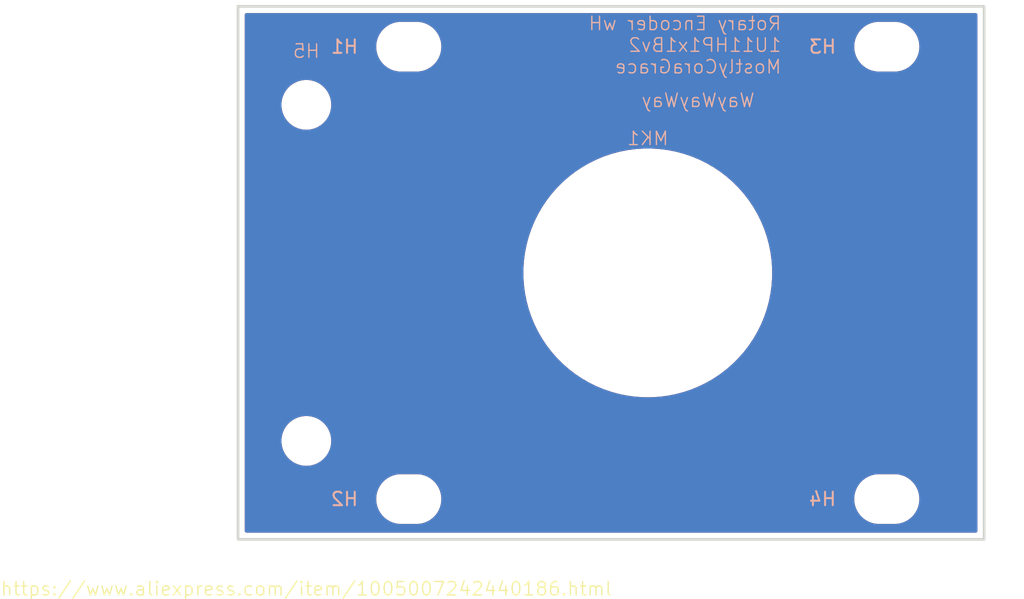
<source format=kicad_pcb>
(kicad_pcb (version 20241229) (generator "pcbnew") (generator_version "9.0")
  (layers (0 "F.Cu" signal) (2 "B.Cu" signal) (13 "F.Paste" user) (15 "B.Paste" user) (5 "F.SilkS" user "F.Silkscreen") (7 "B.SilkS" user "B.Silkscreen") (1 "F.Mask" user) (3 "B.Mask" user) (25 "Edge.Cuts" user))
  (net 0 "")
  (footprint "EXC:MountingHole_3.2mm_M3" (layer "F.Cu") (at 12.7 39.075)
    (property "Reference" "H2" (at -3.683 0 0) (layer "B.SilkS") (effects (justify left mirror)))
    (property "Value" "Eurorack_M3_MountingHole")
    (pad "" np_thru_hole oval (at 0 0) (size 4.34 3.2) (drill oval 4.34 3.2) (layers "*.Cu" "*.Mask"))
  )
  (footprint "EXC:Handle_1UM3P25_A" (layer "F.Cu") (at 5.08 9.75)
    (property "Reference" "H5" (at 0 -4 0) (layer "B.SilkS") (effects (font (thickness 0.1)) (justify mirror)))
    (property "Value" "Handle_1UM3P25_PanelMount_A")
    (property "Source" "https://www.aliexpress.com/item/1005007242440186.html" (at 0 36 0) (layer "F.SilkS") (effects (font (thickness 0.1))))
    (pad "" np_thru_hole circle (at 0 0) (size 3.2 3.2) (drill 3.2) (layers "*.Cu" "*.Mask"))
    (pad "" np_thru_hole circle (at 0 25) (size 3.2 3.2) (drill 3.2) (layers "*.Cu" "*.Mask"))
  )
  (footprint "EXC:Knob_Medium_T18" (layer "F.Cu") (at 30.48 22.25)
    (property "Reference" "MK1" (at 0 -10 0) (layer "B.SilkS") (effects (font (thickness 0.1)) (justify mirror)))
    (property "Value" "T18 Medium Knob")
    (pad "" np_thru_hole circle (at 0 0) (size 18 18) (drill 18) (layers "*.Cu" "*.Mask"))
  )
  (footprint "EXC:MountingHole_3.2mm_M3" (layer "F.Cu") (at 48.26 5.425)
    (property "Reference" "H3" (at -3.683 0 0) (layer "B.SilkS") (effects (justify left mirror)))
    (property "Value" "Eurorack_M3_MountingHole")
    (pad "" np_thru_hole oval (at 0 0) (size 4.34 3.2) (drill oval 4.34 3.2) (layers "*.Cu" "*.Mask"))
  )
  (footprint "EXC:MountingHole_3.2mm_M3" (layer "F.Cu") (at 12.7 5.425)
    (property "Reference" "H1" (at -3.683 0 0) (layer "B.SilkS") (effects (justify left mirror)))
    (property "Value" "Eurorack_M3_MountingHole")
    (pad "" np_thru_hole oval (at 0 0) (size 4.34 3.2) (drill oval 4.34 3.2) (layers "*.Cu" "*.Mask"))
  )
  (footprint "EXC:MountingHole_3.2mm_M3" (layer "F.Cu") (at 48.26 39.075)
    (property "Reference" "H4" (at -3.683 0 0) (layer "B.SilkS") (effects (justify left mirror)))
    (property "Value" "Eurorack_M3_MountingHole")
    (pad "" np_thru_hole oval (at 0 0) (size 4.34 3.2) (drill oval 4.34 3.2) (layers "*.Cu" "*.Mask"))
  )
  (gr_rect (start 0 2.425) (end 55.5 42.075) (stroke (width 0.2)) (fill no) (layer "Edge.Cuts"))
  (gr_text "WayWayWay" (at 38.5 10 0) (layer "B.SilkS") (effects (font (size 1 1) (thickness 0.1)) (justify left bottom mirror)))
  (gr_text "Rotary Encoder wH\n1U11HP1x1Bv2\nMostlyCoraGrace" (at 40.48 7.5 0) (layer "B.SilkS") (effects (font (size 1 1) (thickness 0.1)) (justify left bottom mirror)))
  (zone (net 0) (net_name "") (layers "F.Cu" "B.Cu") (connect_pads (clearance 0.5)) (min_thickness 0.25) (fill yes (thermal_gap 0.5) (thermal_bridge_width 0.5) (island_removal_mode 1) (island_area_min 10))
    (polygon (pts (xy 0 2.425) (xy 55.5 2.425) (xy 55.5 42.075) (xy 0 42.075)))
  )
)
</source>
